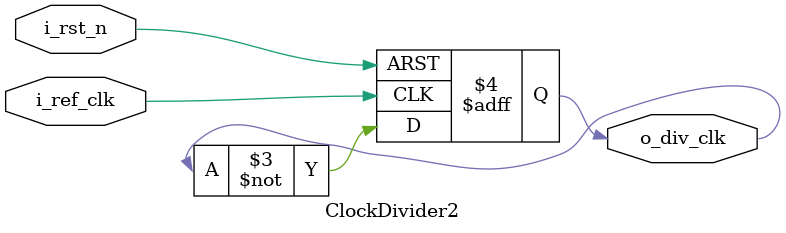
<source format=v>
module ClockDivider2
(
    input  wire                i_ref_clk,
    input  wire                i_rst_n,
    output reg                 o_div_clk
);

    always @(posedge i_ref_clk or negedge i_rst_n) begin
        if (!i_rst_n) begin
            o_div_clk <= 1'b0;
        end
        else begin
            o_div_clk <=~ o_div_clk;
        end
    end
endmodule
</source>
